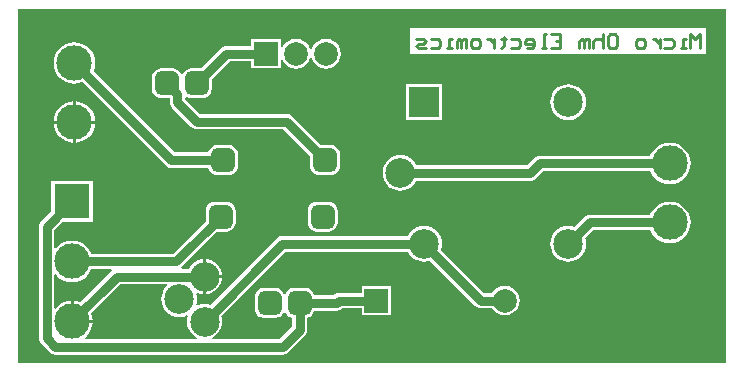
<source format=gbl>
G04*
G04 #@! TF.GenerationSoftware,Altium Limited,Altium Designer,20.1.11 (218)*
G04*
G04 Layer_Physical_Order=2*
G04 Layer_Color=16711680*
%FSLAX44Y44*%
%MOMM*%
G71*
G04*
G04 #@! TF.SameCoordinates,FCE5ECCF-B69C-469F-B2A4-28A1476D0EA9*
G04*
G04*
G04 #@! TF.FilePolarity,Positive*
G04*
G01*
G75*
%ADD10C,0.8000*%
%ADD11C,0.2540*%
%ADD12C,3.0000*%
%ADD13R,3.0000X3.0000*%
%ADD14R,2.0000X2.0000*%
%ADD15C,2.0000*%
%ADD16C,2.5000*%
%ADD17R,2.5000X2.5000*%
G04:AMPARAMS|DCode=18|XSize=2mm|YSize=2mm|CornerRadius=0.5mm|HoleSize=0mm|Usage=FLASHONLY|Rotation=0.000|XOffset=0mm|YOffset=0mm|HoleType=Round|Shape=RoundedRectangle|*
%AMROUNDEDRECTD18*
21,1,2.0000,1.0000,0,0,0.0*
21,1,1.0000,2.0000,0,0,0.0*
1,1,1.0000,0.5000,-0.5000*
1,1,1.0000,-0.5000,-0.5000*
1,1,1.0000,-0.5000,0.5000*
1,1,1.0000,0.5000,0.5000*
%
%ADD18ROUNDEDRECTD18*%
G36*
X600000Y300000D02*
X600000Y-0D01*
X0Y0D01*
Y300000D01*
X600000Y300000D01*
D02*
G37*
%LPC*%
G36*
X261000Y274648D02*
X257727Y274217D01*
X254676Y272954D01*
X252057Y270944D01*
X250047Y268324D01*
X248988Y265767D01*
X247613D01*
X246554Y268324D01*
X244544Y270944D01*
X241924Y272954D01*
X238874Y274217D01*
X235600Y274648D01*
X232327Y274217D01*
X229276Y272954D01*
X226657Y270944D01*
X224647Y268324D01*
X224010Y266788D01*
X222740Y267041D01*
Y274540D01*
X197660D01*
Y268596D01*
X176701D01*
X174993Y268372D01*
X173403Y267713D01*
X172036Y266664D01*
X154977Y249605D01*
X146700D01*
X144732Y249346D01*
X142898Y248586D01*
X141323Y247377D01*
X140114Y245802D01*
X139688Y244773D01*
X138313D01*
X137887Y245802D01*
X136678Y247377D01*
X135103Y248586D01*
X133269Y249346D01*
X131300Y249605D01*
X121300D01*
X119332Y249346D01*
X117498Y248586D01*
X115923Y247377D01*
X114714Y245802D01*
X113954Y243968D01*
X113695Y242000D01*
Y232000D01*
X113954Y230031D01*
X114714Y228197D01*
X115923Y226622D01*
X117498Y225414D01*
X119332Y224654D01*
X121300Y224395D01*
X128532D01*
Y220980D01*
X128756Y219273D01*
X129415Y217682D01*
X130464Y216316D01*
X146974Y199806D01*
X148340Y198757D01*
X149931Y198098D01*
X151638Y197874D01*
X224978D01*
X247575Y175277D01*
Y167000D01*
X247834Y165032D01*
X248594Y163198D01*
X249803Y161623D01*
X251378Y160414D01*
X253212Y159654D01*
X255180Y159395D01*
X265180D01*
X267149Y159654D01*
X268983Y160414D01*
X270558Y161623D01*
X271766Y163198D01*
X272526Y165032D01*
X272785Y167000D01*
Y177000D01*
X272526Y178969D01*
X271766Y180803D01*
X270558Y182378D01*
X268983Y183586D01*
X267149Y184346D01*
X265180Y184605D01*
X256904D01*
X232375Y209134D01*
X231009Y210183D01*
X229418Y210842D01*
X227710Y211066D01*
X154370D01*
X141734Y223703D01*
X141830Y224823D01*
X142921Y225404D01*
X144732Y224654D01*
X146700Y224395D01*
X156700D01*
X158669Y224654D01*
X160503Y225414D01*
X162078Y226622D01*
X163287Y228197D01*
X164046Y230031D01*
X164306Y232000D01*
Y240276D01*
X179433Y255404D01*
X197660D01*
Y249460D01*
X222740D01*
Y256959D01*
X224010Y257212D01*
X224647Y255676D01*
X226657Y253056D01*
X229276Y251046D01*
X232327Y249783D01*
X235600Y249352D01*
X238874Y249783D01*
X241924Y251046D01*
X244544Y253056D01*
X246554Y255676D01*
X247613Y258233D01*
X248988D01*
X250047Y255676D01*
X252057Y253056D01*
X254676Y251046D01*
X257727Y249783D01*
X261000Y249352D01*
X264274Y249783D01*
X267324Y251046D01*
X269944Y253056D01*
X271954Y255676D01*
X273218Y258726D01*
X273648Y262000D01*
X273218Y265274D01*
X271954Y268324D01*
X269944Y270944D01*
X267324Y272954D01*
X264274Y274217D01*
X261000Y274648D01*
D02*
G37*
G36*
X582540Y283616D02*
X332458D01*
Y261460D01*
X582540D01*
Y283616D01*
D02*
G37*
G36*
X359040Y236040D02*
X328960D01*
Y205960D01*
X359040D01*
Y236040D01*
D02*
G37*
G36*
X466000Y236113D02*
X463052Y235823D01*
X460217Y234963D01*
X457604Y233566D01*
X455314Y231687D01*
X453434Y229396D01*
X452038Y226784D01*
X451178Y223949D01*
X450887Y221000D01*
X451178Y218052D01*
X452038Y215217D01*
X453434Y212604D01*
X455314Y210314D01*
X457604Y208435D01*
X460217Y207038D01*
X463052Y206178D01*
X466000Y205888D01*
X468948Y206178D01*
X471783Y207038D01*
X474396Y208435D01*
X476686Y210314D01*
X478566Y212604D01*
X479963Y215217D01*
X480822Y218052D01*
X481113Y221000D01*
X480822Y223949D01*
X479963Y226784D01*
X478566Y229396D01*
X476686Y231687D01*
X474396Y233566D01*
X471783Y234963D01*
X468948Y235823D01*
X466000Y236113D01*
D02*
G37*
G36*
X49270Y221650D02*
Y205420D01*
X65500D01*
X65286Y207588D01*
X64283Y210895D01*
X62654Y213942D01*
X60463Y216613D01*
X57792Y218804D01*
X54745Y220433D01*
X51438Y221436D01*
X49270Y221650D01*
D02*
G37*
G36*
X46730D02*
X44562Y221436D01*
X41255Y220433D01*
X38208Y218804D01*
X35537Y216613D01*
X33345Y213942D01*
X31717Y210895D01*
X30714Y207588D01*
X30500Y205420D01*
X46730D01*
Y221650D01*
D02*
G37*
G36*
X65500Y202880D02*
X49270D01*
Y186650D01*
X51438Y186864D01*
X54745Y187867D01*
X57792Y189495D01*
X60463Y191687D01*
X62654Y194358D01*
X64283Y197405D01*
X65286Y200711D01*
X65500Y202880D01*
D02*
G37*
G36*
X46730D02*
X30500D01*
X30714Y200711D01*
X31717Y197405D01*
X33345Y194358D01*
X35537Y191687D01*
X38208Y189495D01*
X41255Y187867D01*
X44562Y186864D01*
X46730Y186650D01*
Y202880D01*
D02*
G37*
G36*
X552000Y186775D02*
X548562Y186436D01*
X545255Y185433D01*
X542208Y183804D01*
X539537Y181612D01*
X537345Y178942D01*
X535717Y175895D01*
X535672Y175746D01*
X441981D01*
X440274Y175521D01*
X438683Y174862D01*
X437317Y173814D01*
X431100Y167597D01*
X337528D01*
X336566Y169397D01*
X334687Y171687D01*
X332397Y173566D01*
X329784Y174963D01*
X326949Y175823D01*
X324000Y176113D01*
X321052Y175823D01*
X318217Y174963D01*
X315604Y173566D01*
X313314Y171687D01*
X311435Y169397D01*
X310038Y166784D01*
X309178Y163949D01*
X308888Y161000D01*
X309178Y158052D01*
X310038Y155217D01*
X311435Y152604D01*
X313314Y150314D01*
X315604Y148435D01*
X318217Y147038D01*
X321052Y146178D01*
X324000Y145888D01*
X326949Y146178D01*
X329784Y147038D01*
X332397Y148435D01*
X334687Y150314D01*
X336566Y152604D01*
X337528Y154404D01*
X433832D01*
X435539Y154629D01*
X437130Y155288D01*
X438496Y156336D01*
X444714Y162553D01*
X535672D01*
X535717Y162405D01*
X537345Y159358D01*
X539537Y156687D01*
X542208Y154495D01*
X545255Y152866D01*
X548562Y151864D01*
X552000Y151525D01*
X555438Y151864D01*
X558745Y152866D01*
X561792Y154495D01*
X564463Y156687D01*
X566654Y159358D01*
X568283Y162405D01*
X569286Y165711D01*
X569625Y169150D01*
X569286Y172588D01*
X568283Y175895D01*
X566654Y178942D01*
X564463Y181612D01*
X561792Y183804D01*
X558745Y185433D01*
X555438Y186436D01*
X552000Y186775D01*
D02*
G37*
G36*
X48000Y271775D02*
X44562Y271436D01*
X41255Y270433D01*
X38208Y268804D01*
X35537Y266612D01*
X33345Y263942D01*
X31717Y260895D01*
X30714Y257588D01*
X30375Y254150D01*
X30714Y250711D01*
X31717Y247405D01*
X33345Y244358D01*
X35537Y241687D01*
X38208Y239495D01*
X41255Y237867D01*
X44562Y236864D01*
X48000Y236525D01*
X51438Y236864D01*
X54745Y237867D01*
X54881Y237940D01*
X125485Y167336D01*
X126851Y166287D01*
X128442Y165629D01*
X130150Y165404D01*
X161425D01*
X161474Y165032D01*
X162234Y163198D01*
X163443Y161623D01*
X165018Y160414D01*
X166852Y159654D01*
X168820Y159395D01*
X178820D01*
X180789Y159654D01*
X182623Y160414D01*
X184198Y161623D01*
X185406Y163198D01*
X186166Y165032D01*
X186425Y167000D01*
Y177000D01*
X186166Y178969D01*
X185406Y180803D01*
X184198Y182378D01*
X182623Y183586D01*
X180789Y184346D01*
X178820Y184605D01*
X168820D01*
X166852Y184346D01*
X165018Y183586D01*
X163443Y182378D01*
X162234Y180803D01*
X161474Y178969D01*
X161425Y178597D01*
X132882D01*
X64210Y247268D01*
X64283Y247405D01*
X65286Y250711D01*
X65625Y254150D01*
X65286Y257588D01*
X64283Y260895D01*
X62654Y263942D01*
X60463Y266612D01*
X57792Y268804D01*
X54745Y270433D01*
X51438Y271436D01*
X48000Y271775D01*
D02*
G37*
G36*
X552000Y136775D02*
X548562Y136436D01*
X545255Y135433D01*
X542208Y133804D01*
X539537Y131613D01*
X537345Y128942D01*
X535717Y125895D01*
X535672Y125746D01*
X484149D01*
X482442Y125521D01*
X480851Y124863D01*
X479485Y123814D01*
X470901Y115231D01*
X468948Y115823D01*
X466000Y116113D01*
X463052Y115823D01*
X460217Y114963D01*
X457604Y113566D01*
X455314Y111687D01*
X453434Y109397D01*
X452038Y106784D01*
X451178Y103949D01*
X450887Y101001D01*
X451178Y98052D01*
X452038Y95217D01*
X453434Y92604D01*
X455314Y90314D01*
X457604Y88435D01*
X460217Y87038D01*
X463052Y86178D01*
X466000Y85888D01*
X468948Y86178D01*
X471783Y87038D01*
X474396Y88435D01*
X476686Y90314D01*
X478566Y92604D01*
X479963Y95217D01*
X480822Y98052D01*
X481113Y101001D01*
X480822Y103949D01*
X480230Y105902D01*
X486882Y112553D01*
X535672D01*
X535717Y112405D01*
X537345Y109358D01*
X539537Y106687D01*
X542208Y104495D01*
X545255Y102867D01*
X548562Y101864D01*
X552000Y101525D01*
X555438Y101864D01*
X558745Y102867D01*
X561792Y104495D01*
X564463Y106687D01*
X566654Y109358D01*
X568283Y112405D01*
X569286Y115711D01*
X569625Y119150D01*
X569286Y122588D01*
X568283Y125895D01*
X566654Y128942D01*
X564463Y131613D01*
X561792Y133804D01*
X558745Y135433D01*
X555438Y136436D01*
X552000Y136775D01*
D02*
G37*
G36*
X263181Y136605D02*
X253181D01*
X251213Y136346D01*
X249378Y135586D01*
X247803Y134378D01*
X246595Y132803D01*
X245835Y130969D01*
X245576Y129000D01*
Y119000D01*
X245835Y117032D01*
X246595Y115198D01*
X247803Y113623D01*
X249378Y112414D01*
X251213Y111654D01*
X253181Y111395D01*
X263181D01*
X265149Y111654D01*
X266983Y112414D01*
X268558Y113623D01*
X269767Y115198D01*
X270527Y117032D01*
X270786Y119000D01*
Y129000D01*
X270527Y130969D01*
X269767Y132803D01*
X268558Y134378D01*
X266983Y135586D01*
X265149Y136346D01*
X263181Y136605D01*
D02*
G37*
G36*
X159430Y88308D02*
Y74591D01*
X173147D01*
X172982Y76269D01*
X172122Y79104D01*
X170725Y81717D01*
X168846Y84007D01*
X166556Y85886D01*
X163943Y87283D01*
X161108Y88143D01*
X159430Y88308D01*
D02*
G37*
G36*
X173147Y72051D02*
X159430D01*
Y58333D01*
X161108Y58498D01*
X163943Y59358D01*
X166556Y60755D01*
X168846Y62634D01*
X170725Y64925D01*
X172122Y67537D01*
X172982Y70372D01*
X173147Y72051D01*
D02*
G37*
G36*
X63540Y154490D02*
X28460D01*
Y128739D01*
X19720Y119999D01*
X18671Y118632D01*
X18012Y117042D01*
X17788Y115334D01*
Y21082D01*
X18012Y19375D01*
X18671Y17784D01*
X19720Y16418D01*
X27086Y9052D01*
X28452Y8003D01*
X30043Y7344D01*
X31750Y7120D01*
X224222D01*
X225929Y7344D01*
X227520Y8003D01*
X228886Y9052D01*
X243364Y23530D01*
X244413Y24896D01*
X245072Y26487D01*
X245296Y28194D01*
Y38605D01*
X245668Y38654D01*
X247503Y39414D01*
X249078Y40623D01*
X250286Y42198D01*
X251046Y44032D01*
X251095Y44404D01*
X270002D01*
X271709Y44629D01*
X273300Y45287D01*
X274666Y46336D01*
X274734Y46404D01*
X291080D01*
Y40460D01*
X316160D01*
Y65540D01*
X291080D01*
Y59597D01*
X272002D01*
X270295Y59372D01*
X268704Y58713D01*
X267338Y57664D01*
X267270Y57597D01*
X251095D01*
X251046Y57969D01*
X250286Y59803D01*
X249078Y61378D01*
X247503Y62586D01*
X245668Y63346D01*
X243700Y63605D01*
X233700D01*
X231732Y63346D01*
X229897Y62586D01*
X228323Y61378D01*
X227114Y59803D01*
X226687Y58773D01*
X225313D01*
X224886Y59803D01*
X223678Y61378D01*
X222103Y62586D01*
X220268Y63346D01*
X218300Y63605D01*
X208300D01*
X206332Y63346D01*
X204498Y62586D01*
X202922Y61378D01*
X201714Y59803D01*
X200954Y57969D01*
X200695Y56000D01*
Y46000D01*
X200954Y44032D01*
X201714Y42198D01*
X202922Y40623D01*
X204498Y39414D01*
X206332Y38654D01*
X208300Y38395D01*
X218300D01*
X220268Y38654D01*
X222103Y39414D01*
X223678Y40623D01*
X224886Y42198D01*
X225313Y43227D01*
X226687D01*
X227114Y42198D01*
X228323Y40623D01*
X229897Y39414D01*
X231732Y38654D01*
X232104Y38605D01*
Y30926D01*
X221490Y20312D01*
X164868D01*
X164550Y21582D01*
X166556Y22655D01*
X168846Y24534D01*
X170725Y26825D01*
X172122Y29437D01*
X172982Y32272D01*
X173272Y35221D01*
X172982Y38169D01*
X172390Y40122D01*
X226672Y94404D01*
X330472D01*
X331435Y92604D01*
X333314Y90314D01*
X335604Y88435D01*
X338217Y87038D01*
X341052Y86178D01*
X344000Y85888D01*
X346949Y86178D01*
X348902Y86771D01*
X387336Y48336D01*
X388703Y47288D01*
X390294Y46628D01*
X392001Y46404D01*
X401636D01*
X403437Y44057D01*
X406056Y42046D01*
X409107Y40783D01*
X412380Y40352D01*
X415654Y40783D01*
X418704Y42046D01*
X421324Y44057D01*
X423334Y46676D01*
X424597Y49727D01*
X425028Y53000D01*
X424597Y56274D01*
X423334Y59324D01*
X421324Y61944D01*
X418704Y63954D01*
X415654Y65217D01*
X412380Y65648D01*
X409107Y65217D01*
X406056Y63954D01*
X403437Y61944D01*
X401636Y59597D01*
X394733D01*
X358230Y96099D01*
X358823Y98052D01*
X359113Y101001D01*
X358823Y103949D01*
X357963Y106784D01*
X356566Y109397D01*
X354687Y111687D01*
X352397Y113566D01*
X349784Y114963D01*
X346949Y115823D01*
X344000Y116113D01*
X341052Y115823D01*
X338217Y114963D01*
X335604Y113566D01*
X333314Y111687D01*
X331435Y109397D01*
X330472Y107597D01*
X223940D01*
X222232Y107372D01*
X220641Y106713D01*
X219275Y105665D01*
X163061Y49451D01*
X161108Y50043D01*
X158160Y50333D01*
X155211Y50043D01*
X152376Y49183D01*
X152011Y48988D01*
X150948Y49860D01*
X151392Y51322D01*
X151683Y54271D01*
X151392Y57219D01*
X150948Y58681D01*
X152011Y59553D01*
X152376Y59358D01*
X155211Y58498D01*
X156890Y58333D01*
Y73321D01*
Y88308D01*
X155211Y88143D01*
X152376Y87283D01*
X149763Y85886D01*
X147473Y84007D01*
X145594Y81717D01*
X144632Y79917D01*
X138677D01*
X138246Y81187D01*
X138635Y81486D01*
X168545Y111395D01*
X176821D01*
X178789Y111654D01*
X180623Y112414D01*
X182198Y113623D01*
X183407Y115198D01*
X184167Y117032D01*
X184426Y119000D01*
Y129000D01*
X184167Y130969D01*
X183407Y132803D01*
X182198Y134378D01*
X180623Y135586D01*
X178789Y136346D01*
X176821Y136605D01*
X166821D01*
X164853Y136346D01*
X163018Y135586D01*
X161443Y134378D01*
X160235Y132803D01*
X159475Y130969D01*
X159216Y129000D01*
Y120724D01*
X131238Y92747D01*
X62328D01*
X62283Y92895D01*
X60654Y95942D01*
X58463Y98613D01*
X55792Y100805D01*
X52745Y102434D01*
X49438Y103436D01*
X46000Y103775D01*
X42561Y103436D01*
X39255Y102434D01*
X36208Y100805D01*
X33537Y98613D01*
X32250Y97045D01*
X30980Y97499D01*
Y112602D01*
X37789Y119410D01*
X63540D01*
Y154490D01*
D02*
G37*
%LPD*%
G36*
X79695Y78284D02*
X79306Y77985D01*
X52881Y51560D01*
X52745Y51634D01*
X49438Y52636D01*
X47270Y52850D01*
Y36620D01*
X63500D01*
X63286Y38789D01*
X62283Y42095D01*
X62210Y42232D01*
X86703Y66724D01*
X126152D01*
X126580Y65528D01*
X125883Y64957D01*
X124004Y62667D01*
X122607Y60054D01*
X121747Y57219D01*
X121457Y54271D01*
X121747Y51322D01*
X122607Y48487D01*
X124004Y45875D01*
X125883Y43584D01*
X128174Y41705D01*
X130786Y40308D01*
X133621Y39448D01*
X136570Y39158D01*
X139518Y39448D01*
X142353Y40308D01*
X142718Y40504D01*
X143781Y39631D01*
X143337Y38169D01*
X143047Y35221D01*
X143337Y32272D01*
X144197Y29437D01*
X145594Y26825D01*
X147473Y24534D01*
X149763Y22655D01*
X151770Y21582D01*
X151452Y20312D01*
X57327D01*
X56872Y21582D01*
X58463Y22887D01*
X60654Y25558D01*
X62283Y28605D01*
X63286Y31912D01*
X63500Y34080D01*
X46000D01*
Y35350D01*
X44730D01*
Y52850D01*
X42561Y52636D01*
X39255Y51634D01*
X36208Y50005D01*
X33537Y47813D01*
X32250Y46245D01*
X30980Y46699D01*
Y74801D01*
X32250Y75255D01*
X33537Y73688D01*
X36208Y71496D01*
X39255Y69867D01*
X42561Y68864D01*
X46000Y68525D01*
X49438Y68864D01*
X52745Y69867D01*
X55792Y71496D01*
X58463Y73688D01*
X60654Y76358D01*
X62283Y79405D01*
X62328Y79554D01*
X79264D01*
X79695Y78284D01*
D02*
G37*
D10*
X83970Y73321D02*
X158160D01*
X46000Y35350D02*
X83970Y73321D01*
X392001Y53000D02*
X412380D01*
X344000Y101001D02*
X392001Y53000D01*
X484149Y119150D02*
X552000D01*
X466000Y101001D02*
X484149Y119150D01*
X176701Y262000D02*
X210200D01*
X151700Y237000D02*
X176701Y262000D01*
X46000Y86150D02*
X133971D01*
X171821Y124000D01*
X238700Y28194D02*
Y51000D01*
X224222Y13716D02*
X238700Y28194D01*
X31750Y13716D02*
X224222D01*
X24384Y21082D02*
X31750Y13716D01*
X24384Y21082D02*
Y115334D01*
X46000Y136950D01*
X48000Y254150D02*
X130150Y172000D01*
X173820D01*
X126300Y237000D02*
X135128Y228172D01*
Y220980D02*
Y228172D01*
Y220980D02*
X151638Y204470D01*
X227710D01*
X260180Y172000D01*
X158160Y35221D02*
X223940Y101001D01*
X344000D01*
X441981Y169150D02*
X552000D01*
X433832Y161000D02*
X441981Y169150D01*
X324000Y161000D02*
X433832D01*
X272002Y53000D02*
X303620D01*
X270002Y51000D02*
X272002Y53000D01*
X238700Y51000D02*
X270002D01*
D11*
X577460Y266540D02*
Y278536D01*
X573461Y274537D01*
X569463Y278536D01*
Y266540D01*
X565464D02*
X561465D01*
X563465D01*
Y274537D01*
X565464D01*
X547470D02*
X553468D01*
X555467Y272538D01*
Y268539D01*
X553468Y266540D01*
X547470D01*
X543471Y274537D02*
Y266540D01*
Y270539D01*
X541472Y272538D01*
X539472Y274537D01*
X537473D01*
X529476Y266540D02*
X525477D01*
X523478Y268539D01*
Y272538D01*
X525477Y274537D01*
X529476D01*
X531475Y272538D01*
Y268539D01*
X529476Y266540D01*
X501485Y278536D02*
X505483D01*
X507483Y276537D01*
Y268539D01*
X505483Y266540D01*
X501485D01*
X499485Y268539D01*
Y276537D01*
X501485Y278536D01*
X495486D02*
Y266540D01*
Y272538D01*
X493487Y274537D01*
X489488D01*
X487489Y272538D01*
Y266540D01*
X483490D02*
Y274537D01*
X481491D01*
X479492Y272538D01*
Y266540D01*
Y272538D01*
X477492Y274537D01*
X475493Y272538D01*
Y266540D01*
X451501Y278536D02*
X459498D01*
Y266540D01*
X451501D01*
X459498Y272538D02*
X455499D01*
X447502Y266540D02*
X443503D01*
X445503D01*
Y278536D01*
X447502D01*
X431507Y266540D02*
X435506D01*
X437505Y268539D01*
Y272538D01*
X435506Y274537D01*
X431507D01*
X429508Y272538D01*
Y270539D01*
X437505D01*
X417512Y274537D02*
X423510D01*
X425509Y272538D01*
Y268539D01*
X423510Y266540D01*
X417512D01*
X411514Y276537D02*
Y274537D01*
X413513D01*
X409514D01*
X411514D01*
Y268539D01*
X409514Y266540D01*
X403516Y274537D02*
Y266540D01*
Y270539D01*
X401517Y272538D01*
X399518Y274537D01*
X397518D01*
X389521Y266540D02*
X385522D01*
X383523Y268539D01*
Y272538D01*
X385522Y274537D01*
X389521D01*
X391520Y272538D01*
Y268539D01*
X389521Y266540D01*
X379524D02*
Y274537D01*
X377525D01*
X375525Y272538D01*
Y266540D01*
Y272538D01*
X373526Y274537D01*
X371527Y272538D01*
Y266540D01*
X367528D02*
X363529D01*
X365529D01*
Y274537D01*
X367528D01*
X349534D02*
X355532D01*
X357531Y272538D01*
Y268539D01*
X355532Y266540D01*
X349534D01*
X345535D02*
X339537D01*
X337538Y268539D01*
X339537Y270539D01*
X343536D01*
X345535Y272538D01*
X343536Y274537D01*
X337538D01*
D12*
X552000Y119150D02*
D03*
Y169150D02*
D03*
X48000Y254150D02*
D03*
Y204150D02*
D03*
X46000Y86150D02*
D03*
Y35350D02*
D03*
D13*
Y136950D02*
D03*
D14*
X210200Y262000D02*
D03*
X303620Y53000D02*
D03*
D15*
X235600Y262000D02*
D03*
X261000D02*
D03*
X412380Y53000D02*
D03*
D16*
X466000Y221000D02*
D03*
Y101001D02*
D03*
X344000D02*
D03*
X324000Y161000D02*
D03*
X158160Y73321D02*
D03*
Y35221D02*
D03*
X136570Y54271D02*
D03*
D17*
X344000Y221000D02*
D03*
D18*
X260180Y172000D02*
D03*
X173820D02*
D03*
X151700Y237000D02*
D03*
X126300D02*
D03*
X213300Y51000D02*
D03*
X238700D02*
D03*
X258181Y124000D02*
D03*
X171821D02*
D03*
M02*

</source>
